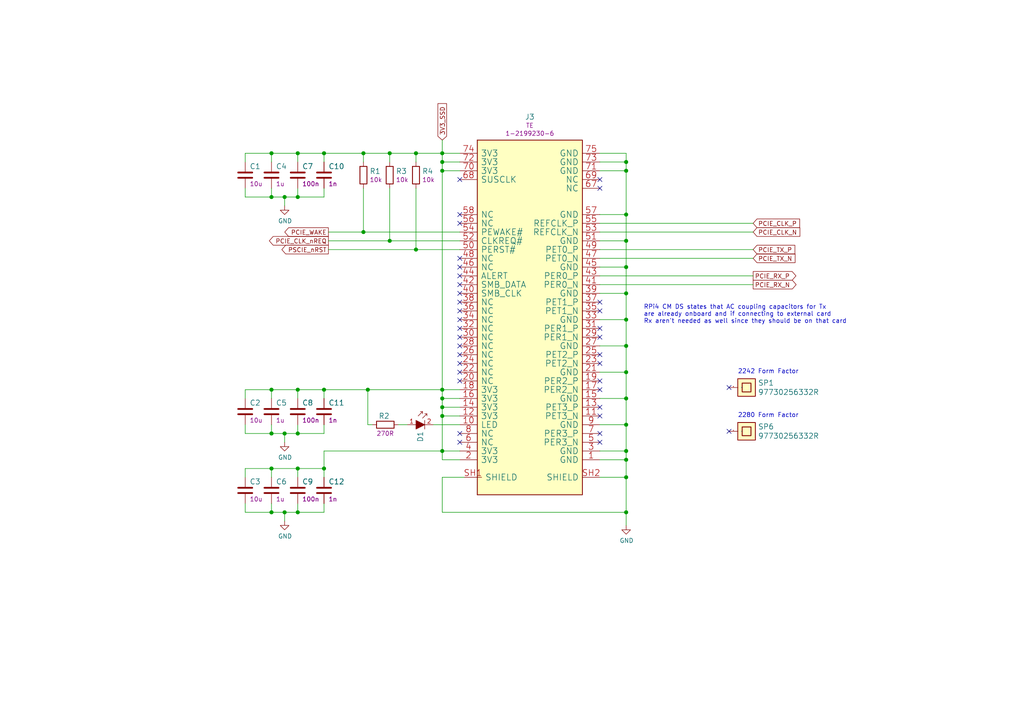
<source format=kicad_sch>
(kicad_sch (version 20210621) (generator eeschema)
  (paper "A4")
  (title_block (title "Scalenode") (rev "1.0.1"))
  (lib_symbols
    (symbol "scalenode:1-2199230-6" (pin_names (offset 1.016))
      (property "Reference" "J" (at -15.24 66.04 0))
      (property "Manufacturer" "TE" (at -3.81 45.72 0))
      (property "MPN" "1-2199230-6" (at -1.27 43.18 0))
      (symbol "1-2199230-6_0_1"
        (rectangle (start -15.24 -41.91) (end 15.24 60.96) (stroke (width 0.254)) (fill (type background)))
        (pin passive line (at 20.32 -31.75 180) (length 5.08) (name "GND") (number "1"))
        (pin passive line (at -20.32 -21.59 0) (length 5.08) (name "LED") (number "10"))
        (pin passive line (at 20.32 -19.05 180) (length 5.08) (name "PET3_N") (number "11"))
        (pin passive line (at -20.32 -19.05 0) (length 5.08) (name "3V3") (number "12"))
        (pin passive line (at 20.32 -16.51 180) (length 5.08) (name "PET3_P") (number "13"))
        (pin passive line (at -20.32 -16.51 0) (length 5.08) (name "3V3") (number "14"))
        (pin passive line (at 20.32 -13.97 180) (length 5.08) (name "GND") (number "15"))
        (pin passive line (at -20.32 -13.97 0) (length 5.08) (name "3V3") (number "16"))
        (pin passive line (at 20.32 -11.43 180) (length 5.08) (name "PER2_N") (number "17"))
        (pin passive line (at -20.32 -11.43 0) (length 5.08) (name "3V3") (number "18"))
        (pin passive line (at 20.32 -8.89 180) (length 5.08) (name "PER2_P") (number "19"))
        (pin passive line (at -20.32 -31.75 0) (length 5.08) (name "3V3") (number "2"))
        (pin passive line (at -20.32 -8.89 0) (length 5.08) (name "NC") (number "20"))
        (pin passive line (at 20.32 -6.35 180) (length 5.08) (name "GND") (number "21"))
        (pin passive line (at -20.32 -6.35 0) (length 5.08) (name "NC") (number "22"))
        (pin passive line (at 20.32 -3.81 180) (length 5.08) (name "PET2_N") (number "23"))
        (pin passive line (at -20.32 -3.81 0) (length 5.08) (name "NC") (number "24"))
        (pin passive line (at 20.32 -1.27 180) (length 5.08) (name "PET2_P") (number "25"))
        (pin passive line (at -20.32 -1.27 0) (length 5.08) (name "NC") (number "26"))
        (pin passive line (at 20.32 1.27 180) (length 5.08) (name "GND") (number "27"))
        (pin passive line (at -20.32 1.27 0) (length 5.08) (name "NC") (number "28"))
        (pin passive line (at 20.32 3.81 180) (length 5.08) (name "PER1_N") (number "29"))
        (pin passive line (at 20.32 -29.21 180) (length 5.08) (name "GND") (number "3"))
        (pin passive line (at -20.32 3.81 0) (length 5.08) (name "NC") (number "30"))
        (pin passive line (at 20.32 6.35 180) (length 5.08) (name "PER1_P") (number "31"))
        (pin passive line (at -20.32 6.35 0) (length 5.08) (name "NC") (number "32"))
        (pin passive line (at 20.32 8.89 180) (length 5.08) (name "GND") (number "33"))
        (pin passive line (at -20.32 8.89 0) (length 5.08) (name "NC") (number "34"))
        (pin passive line (at 20.32 11.43 180) (length 5.08) (name "PET1_N") (number "35"))
        (pin passive line (at -20.32 11.43 0) (length 5.08) (name "NC") (number "36"))
        (pin passive line (at 20.32 13.97 180) (length 5.08) (name "PET1_P") (number "37"))
        (pin passive line (at -20.32 13.97 0) (length 5.08) (name "NC") (number "38"))
        (pin passive line (at 20.32 16.51 180) (length 5.08) (name "GND") (number "39"))
        (pin passive line (at -20.32 -29.21 0) (length 5.08) (name "3V3") (number "4"))
        (pin passive line (at -20.32 16.51 0) (length 5.08) (name "SMB_CLK") (number "40"))
        (pin passive line (at 20.32 19.05 180) (length 5.08) (name "PER0_N") (number "41"))
        (pin passive line (at -20.32 19.05 0) (length 5.08) (name "SMB_DATA") (number "42"))
        (pin passive line (at 20.32 21.59 180) (length 5.08) (name "PER0_P") (number "43"))
        (pin passive line (at -20.32 21.59 0) (length 5.08) (name "ALERT") (number "44"))
        (pin passive line (at 20.32 24.13 180) (length 5.08) (name "GND") (number "45"))
        (pin passive line (at -20.32 24.13 0) (length 5.08) (name "NC") (number "46"))
        (pin passive line (at 20.32 26.67 180) (length 5.08) (name "PET0_N") (number "47"))
        (pin passive line (at -20.32 26.67 0) (length 5.08) (name "NC") (number "48"))
        (pin passive line (at 20.32 29.21 180) (length 5.08) (name "PET0_P") (number "49"))
        (pin passive line (at 20.32 -26.67 180) (length 5.08) (name "PER3_N") (number "5"))
        (pin passive line (at -20.32 29.21 0) (length 5.08) (name "PERST#") (number "50"))
        (pin passive line (at 20.32 31.75 180) (length 5.08) (name "GND") (number "51"))
        (pin passive line (at -20.32 31.75 0) (length 5.08) (name "CLKREQ#") (number "52"))
        (pin passive line (at 20.32 34.29 180) (length 5.08) (name "REFCLK_N") (number "53"))
        (pin passive line (at -20.32 34.29 0) (length 5.08) (name "PEWAKE#") (number "54"))
        (pin passive line (at 20.32 36.83 180) (length 5.08) (name "REFCLK_P") (number "55"))
        (pin passive line (at -20.32 36.83 0) (length 5.08) (name "NC") (number "56"))
        (pin passive line (at 20.32 39.37 180) (length 5.08) (name "GND") (number "57"))
        (pin passive line (at -20.32 39.37 0) (length 5.08) (name "NC") (number "58"))
        (pin passive line (at -20.32 -26.67 0) (length 5.08) (name "NC") (number "6"))
        (pin passive line (at 20.32 46.99 180) (length 5.08) (name "NC") (number "67"))
        (pin passive line (at -20.32 49.53 0) (length 5.08) (name "SUSCLK") (number "68"))
        (pin passive line (at 20.32 49.53 180) (length 5.08) (name "NC") (number "69"))
        (pin passive line (at 20.32 -24.13 180) (length 5.08) (name "PER3_P") (number "7"))
        (pin passive line (at -20.32 52.07 0) (length 5.08) (name "3V3") (number "70"))
        (pin passive line (at 20.32 52.07 180) (length 5.08) (name "GND") (number "71"))
        (pin passive line (at -20.32 54.61 0) (length 5.08) (name "3V3") (number "72"))
        (pin passive line (at 20.32 54.61 180) (length 5.08) (name "GND") (number "73"))
        (pin passive line (at -20.32 57.15 0) (length 5.08) (name "3V3") (number "74"))
        (pin passive line (at 20.32 57.15 180) (length 5.08) (name "GND") (number "75"))
        (pin passive line (at -20.32 -24.13 0) (length 5.08) (name "NC") (number "8"))
        (pin passive line (at 20.32 -21.59 180) (length 5.08) (name "GND") (number "9"))
        (pin passive line (at -19.05 -36.83 0) (length 5.08) (name "SHIELD") (number "SH1"))
        (pin passive line (at 20.32 -36.83 180) (length 5.08) (name "SHIELD") (number "SH2"))
      )
    )
    (symbol "scalenode:97730256332R" (pin_names (offset 1.016))
      (property "Reference" "SP" (at -2.54 2.54 0))
      (property "Value" "97730256332R" (at -2.54 -5.08 0))
      (symbol "97730256332R_0_1"
        (rectangle (start -2.54 -2.54) (end 2.54 2.54) (stroke (width 0.254)) (fill (type background)))
        (rectangle (start -1.27 -1.27) (end 1.27 1.27) (stroke (width 0.254)) (fill (type background)))
        (pin passive line (at -5.08 0 0) (length 2.54) (name "1") (number "1"))
      )
    )
    (symbol "scalenode:C_100n_0603" (pin_names (offset 0))
      (property "Reference" "C" (at -1.397 3.429 0))
      (property "Val" "100n" (at 0 -2.54 0))
      (symbol "C_100n_0603_1_1"
        (polyline (pts (xy -2.032 -0.762) (xy 2.032 -0.762)) (stroke (width 0.508)))
        (polyline (pts (xy -2.032 0.762) (xy 2.032 0.762)) (stroke (width 0.508)))
        (pin passive line (at 0 3.81 270) (length 2.794) (name "~") (number "1"))
        (pin passive line (at 0 -3.81 90) (length 2.794) (name "~") (number "2"))
      )
    )
    (symbol "scalenode:C_10u_0603" (pin_names (offset 0))
      (property "Reference" "C" (at -1.397 3.429 0))
      (property "Val" "10u" (at 0 -2.54 0))
      (symbol "C_10u_0603_1_1"
        (polyline (pts (xy -2.032 -0.762) (xy 2.032 -0.762)) (stroke (width 0.508)))
        (polyline (pts (xy -2.032 0.762) (xy 2.032 0.762)) (stroke (width 0.508)))
        (pin passive line (at 0 3.81 270) (length 2.794) (name "~") (number "1"))
        (pin passive line (at 0 -3.81 90) (length 2.794) (name "~") (number "2"))
      )
    )
    (symbol "scalenode:C_1n_0603" (pin_names (offset 0))
      (property "Reference" "C" (at -1.397 3.429 0))
      (property "Val" "1n" (at 0 -2.54 0))
      (symbol "C_1n_0603_1_1"
        (polyline (pts (xy -2.032 -0.762) (xy 2.032 -0.762)) (stroke (width 0.508)))
        (polyline (pts (xy -2.032 0.762) (xy 2.032 0.762)) (stroke (width 0.508)))
        (pin passive line (at 0 3.81 270) (length 2.794) (name "~") (number "1"))
        (pin passive line (at 0 -3.81 90) (length 2.794) (name "~") (number "2"))
      )
    )
    (symbol "scalenode:C_1u_0603" (pin_names (offset 0))
      (property "Reference" "C" (at -1.397 3.429 0))
      (property "Val" "1u" (at 0 -2.54 0))
      (symbol "C_1u_0603_1_1"
        (polyline (pts (xy -2.032 -0.762) (xy 2.032 -0.762)) (stroke (width 0.508)))
        (polyline (pts (xy -2.032 0.762) (xy 2.032 0.762)) (stroke (width 0.508)))
        (pin passive line (at 0 3.81 270) (length 2.794) (name "~") (number "1"))
        (pin passive line (at 0 -3.81 90) (length 2.794) (name "~") (number "2"))
      )
    )
    (symbol "scalenode:GND" (power) (pin_names (offset 0))
      (property "Value" "GND" (at 0 -3.81 0))
      (symbol "GND_0_1"
        (polyline (pts (xy 0 0) (xy 0 -1.27) (xy 1.27 -1.27) (xy 0 -2.54) (xy -1.27 -1.27) (xy 0 -1.27)))
      )
      (symbol "GND_1_1"
        (pin power_in line (at 0 0 270) (length 0) hide (name "GND") (number "1"))
      )
    )
    (symbol "scalenode:KP-1608CGCK" (pin_names (offset 0))
      (property "Reference" "D" (at -5.08 3.81 0))
      (property "Value" "KP-1608CGCK" (at 0 -3.81 0))
      (symbol "KP-1608CGCK_0_1"
        (polyline (pts (xy -0.635 3.81) (xy -1.905 2.54)))
        (polyline (pts (xy 0 1.27) (xy 0 -1.27)))
        (polyline (pts (xy 0.635 3.175) (xy -0.635 1.905)))
        (polyline (pts (xy -1.27 3.81) (xy -0.635 3.81) (xy -0.635 3.175)))
        (polyline (pts (xy 0 3.175) (xy 0.635 3.175) (xy 0.635 2.54)))
        (polyline (pts (xy -2.54 1.27) (xy -2.54 -1.27) (xy 0 0) (xy -2.54 1.27)) (fill (type outline)))
      )
      (symbol "KP-1608CGCK_1_1"
        (pin passive line (at -5.08 0 0) (length 2.54) (name "~") (number "1"))
        (pin passive line (at 2.54 0 180) (length 2.54) (name "~") (number "2"))
      )
    )
    (symbol "scalenode:R_10k_0603" (pin_names (offset 0))
      (property "Reference" "R" (at -1.397 3.429 0))
      (property "Val" "10k" (at 0 -2.54 0))
      (symbol "R_10k_0603_1_1"
        (rectangle (start 2.54 -1.016) (end -2.54 1.016) (stroke (width 0.254)))
        (pin passive line (at -3.81 0 0) (length 1.27) (name "~") (number "1"))
        (pin passive line (at 3.81 0 180) (length 1.27) (name "~") (number "2"))
      )
    )
    (symbol "scalenode:R_270R_0603" (pin_names (offset 0))
      (property "Reference" "R" (at -1.397 3.429 0))
      (property "Val" "270R" (at 0 -2.54 0))
      (symbol "R_270R_0603_1_1"
        (rectangle (start 2.54 -1.016) (end -2.54 1.016) (stroke (width 0.254)))
        (pin passive line (at -3.81 0 0) (length 1.27) (name "~") (number "1"))
        (pin passive line (at 3.81 0 180) (length 1.27) (name "~") (number "2"))
      )
    )
  )
  (junction (at 78.74 44.45) (diameter 1.016))
  (junction (at 78.74 57.15) (diameter 1.016))
  (junction (at 78.74 113.03) (diameter 1.016))
  (junction (at 78.74 125.73) (diameter 1.016))
  (junction (at 78.74 135.89) (diameter 1.016))
  (junction (at 78.74 148.59) (diameter 1.016))
  (junction (at 82.55 57.15) (diameter 1.016))
  (junction (at 82.55 125.73) (diameter 1.016))
  (junction (at 82.55 148.59) (diameter 1.016))
  (junction (at 86.36 44.45) (diameter 1.016))
  (junction (at 86.36 57.15) (diameter 1.016))
  (junction (at 86.36 113.03) (diameter 1.016))
  (junction (at 86.36 125.73) (diameter 1.016))
  (junction (at 86.36 135.89) (diameter 1.016))
  (junction (at 86.36 148.59) (diameter 1.016))
  (junction (at 93.98 44.45) (diameter 1.016))
  (junction (at 93.98 113.03) (diameter 1.016))
  (junction (at 93.98 135.89) (diameter 1.016))
  (junction (at 105.41 44.45) (diameter 1.016))
  (junction (at 105.41 67.31) (diameter 1.016))
  (junction (at 106.68 113.03) (diameter 1.016))
  (junction (at 113.03 44.45) (diameter 1.016))
  (junction (at 113.03 69.85) (diameter 1.016))
  (junction (at 120.65 44.45) (diameter 1.016))
  (junction (at 120.65 72.39) (diameter 1.016))
  (junction (at 128.27 44.45) (diameter 1.016))
  (junction (at 128.27 46.99) (diameter 1.016))
  (junction (at 128.27 49.53) (diameter 1.016))
  (junction (at 128.27 113.03) (diameter 1.016))
  (junction (at 128.27 115.57) (diameter 1.016))
  (junction (at 128.27 118.11) (diameter 1.016))
  (junction (at 128.27 120.65) (diameter 1.016))
  (junction (at 128.27 130.81) (diameter 1.016))
  (junction (at 181.61 46.99) (diameter 1.016))
  (junction (at 181.61 49.53) (diameter 1.016))
  (junction (at 181.61 62.23) (diameter 1.016))
  (junction (at 181.61 69.85) (diameter 1.016))
  (junction (at 181.61 77.47) (diameter 1.016))
  (junction (at 181.61 85.09) (diameter 1.016))
  (junction (at 181.61 92.71) (diameter 1.016))
  (junction (at 181.61 100.33) (diameter 1.016))
  (junction (at 181.61 107.95) (diameter 1.016))
  (junction (at 181.61 115.57) (diameter 1.016))
  (junction (at 181.61 123.19) (diameter 1.016))
  (junction (at 181.61 130.81) (diameter 1.016))
  (junction (at 181.61 133.35) (diameter 1.016))
  (junction (at 181.61 138.43) (diameter 1.016))
  (junction (at 181.61 148.59) (diameter 1.016))
  (no_connect (at 133.35 52.07))
  (no_connect (at 133.35 62.23))
  (no_connect (at 133.35 64.77))
  (no_connect (at 133.35 74.93))
  (no_connect (at 133.35 77.47))
  (no_connect (at 133.35 80.01))
  (no_connect (at 133.35 82.55))
  (no_connect (at 133.35 85.09))
  (no_connect (at 133.35 87.63))
  (no_connect (at 133.35 90.17))
  (no_connect (at 133.35 92.71))
  (no_connect (at 133.35 95.25))
  (no_connect (at 133.35 97.79))
  (no_connect (at 133.35 100.33))
  (no_connect (at 133.35 102.87))
  (no_connect (at 133.35 105.41))
  (no_connect (at 133.35 107.95))
  (no_connect (at 133.35 110.49))
  (no_connect (at 133.35 125.73))
  (no_connect (at 133.35 128.27))
  (no_connect (at 173.99 52.07))
  (no_connect (at 173.99 54.61))
  (no_connect (at 173.99 87.63))
  (no_connect (at 173.99 90.17))
  (no_connect (at 173.99 95.25))
  (no_connect (at 173.99 97.79))
  (no_connect (at 173.99 102.87))
  (no_connect (at 173.99 105.41))
  (no_connect (at 173.99 110.49))
  (no_connect (at 173.99 113.03))
  (no_connect (at 173.99 118.11))
  (no_connect (at 173.99 120.65))
  (no_connect (at 173.99 125.73))
  (no_connect (at 173.99 128.27))
  (no_connect (at 211.455 112.395))
  (no_connect (at 211.455 125.095))
  (wire (pts (xy 71.12 44.45) (xy 71.12 46.99)))
  (wire (pts (xy 71.12 54.61) (xy 71.12 57.15)))
  (wire (pts (xy 71.12 57.15) (xy 78.74 57.15)))
  (wire (pts (xy 71.12 113.03) (xy 71.12 115.57)))
  (wire (pts (xy 71.12 123.19) (xy 71.12 125.73)))
  (wire (pts (xy 71.12 125.73) (xy 78.74 125.73)))
  (wire (pts (xy 71.12 135.89) (xy 71.12 138.43)))
  (wire (pts (xy 71.12 146.05) (xy 71.12 148.59)))
  (wire (pts (xy 71.12 148.59) (xy 78.74 148.59)))
  (wire (pts (xy 78.74 44.45) (xy 71.12 44.45)))
  (wire (pts (xy 78.74 46.99) (xy 78.74 44.45)))
  (wire (pts (xy 78.74 57.15) (xy 78.74 54.61)))
  (wire (pts (xy 78.74 57.15) (xy 82.55 57.15)))
  (wire (pts (xy 78.74 113.03) (xy 71.12 113.03)))
  (wire (pts (xy 78.74 115.57) (xy 78.74 113.03)))
  (wire (pts (xy 78.74 123.19) (xy 78.74 125.73)))
  (wire (pts (xy 78.74 125.73) (xy 82.55 125.73)))
  (wire (pts (xy 78.74 135.89) (xy 71.12 135.89)))
  (wire (pts (xy 78.74 135.89) (xy 78.74 138.43)))
  (wire (pts (xy 78.74 146.05) (xy 78.74 148.59)))
  (wire (pts (xy 78.74 148.59) (xy 82.55 148.59)))
  (wire (pts (xy 82.55 57.15) (xy 86.36 57.15)))
  (wire (pts (xy 82.55 59.69) (xy 82.55 57.15)))
  (wire (pts (xy 82.55 125.73) (xy 86.36 125.73)))
  (wire (pts (xy 82.55 128.27) (xy 82.55 125.73)))
  (wire (pts (xy 82.55 148.59) (xy 86.36 148.59)))
  (wire (pts (xy 82.55 151.13) (xy 82.55 148.59)))
  (wire (pts (xy 86.36 44.45) (xy 78.74 44.45)))
  (wire (pts (xy 86.36 46.99) (xy 86.36 44.45)))
  (wire (pts (xy 86.36 54.61) (xy 86.36 57.15)))
  (wire (pts (xy 86.36 57.15) (xy 93.98 57.15)))
  (wire (pts (xy 86.36 113.03) (xy 78.74 113.03)))
  (wire (pts (xy 86.36 115.57) (xy 86.36 113.03)))
  (wire (pts (xy 86.36 123.19) (xy 86.36 125.73)))
  (wire (pts (xy 86.36 125.73) (xy 93.98 125.73)))
  (wire (pts (xy 86.36 135.89) (xy 78.74 135.89)))
  (wire (pts (xy 86.36 138.43) (xy 86.36 135.89)))
  (wire (pts (xy 86.36 146.05) (xy 86.36 148.59)))
  (wire (pts (xy 86.36 148.59) (xy 93.98 148.59)))
  (wire (pts (xy 93.98 44.45) (xy 86.36 44.45)))
  (wire (pts (xy 93.98 46.99) (xy 93.98 44.45)))
  (wire (pts (xy 93.98 57.15) (xy 93.98 54.61)))
  (wire (pts (xy 93.98 113.03) (xy 86.36 113.03)))
  (wire (pts (xy 93.98 115.57) (xy 93.98 113.03)))
  (wire (pts (xy 93.98 125.73) (xy 93.98 123.19)))
  (wire (pts (xy 93.98 130.81) (xy 128.27 130.81)))
  (wire (pts (xy 93.98 135.89) (xy 86.36 135.89)))
  (wire (pts (xy 93.98 135.89) (xy 93.98 130.81)))
  (wire (pts (xy 93.98 138.43) (xy 93.98 135.89)))
  (wire (pts (xy 93.98 148.59) (xy 93.98 146.05)))
  (wire (pts (xy 95.25 69.85) (xy 113.03 69.85)))
  (wire (pts (xy 95.25 72.39) (xy 120.65 72.39)))
  (wire (pts (xy 105.41 44.45) (xy 93.98 44.45)))
  (wire (pts (xy 105.41 46.99) (xy 105.41 44.45)))
  (wire (pts (xy 105.41 54.61) (xy 105.41 67.31)))
  (wire (pts (xy 105.41 67.31) (xy 95.25 67.31)))
  (wire (pts (xy 106.68 113.03) (xy 93.98 113.03)))
  (wire (pts (xy 106.68 123.19) (xy 106.68 113.03)))
  (wire (pts (xy 107.95 123.19) (xy 106.68 123.19)))
  (wire (pts (xy 113.03 44.45) (xy 105.41 44.45)))
  (wire (pts (xy 113.03 46.99) (xy 113.03 44.45)))
  (wire (pts (xy 113.03 54.61) (xy 113.03 69.85)))
  (wire (pts (xy 113.03 69.85) (xy 133.35 69.85)))
  (wire (pts (xy 115.57 123.19) (xy 118.11 123.19)))
  (wire (pts (xy 120.65 44.45) (xy 113.03 44.45)))
  (wire (pts (xy 120.65 46.99) (xy 120.65 44.45)))
  (wire (pts (xy 120.65 54.61) (xy 120.65 72.39)))
  (wire (pts (xy 120.65 72.39) (xy 133.35 72.39)))
  (wire (pts (xy 125.73 123.19) (xy 133.35 123.19)))
  (wire (pts (xy 128.27 44.45) (xy 120.65 44.45)))
  (wire (pts (xy 128.27 44.45) (xy 128.27 40.64)))
  (wire (pts (xy 128.27 44.45) (xy 133.35 44.45)))
  (wire (pts (xy 128.27 46.99) (xy 128.27 44.45)))
  (wire (pts (xy 128.27 49.53) (xy 128.27 46.99)))
  (wire (pts (xy 128.27 49.53) (xy 128.27 113.03)))
  (wire (pts (xy 128.27 113.03) (xy 106.68 113.03)))
  (wire (pts (xy 128.27 115.57) (xy 128.27 113.03)))
  (wire (pts (xy 128.27 118.11) (xy 128.27 115.57)))
  (wire (pts (xy 128.27 120.65) (xy 128.27 118.11)))
  (wire (pts (xy 128.27 130.81) (xy 128.27 120.65)))
  (wire (pts (xy 128.27 133.35) (xy 128.27 130.81)))
  (wire (pts (xy 128.27 138.43) (xy 128.27 148.59)))
  (wire (pts (xy 128.27 148.59) (xy 181.61 148.59)))
  (wire (pts (xy 133.35 46.99) (xy 128.27 46.99)))
  (wire (pts (xy 133.35 49.53) (xy 128.27 49.53)))
  (wire (pts (xy 133.35 67.31) (xy 105.41 67.31)))
  (wire (pts (xy 133.35 113.03) (xy 128.27 113.03)))
  (wire (pts (xy 133.35 115.57) (xy 128.27 115.57)))
  (wire (pts (xy 133.35 118.11) (xy 128.27 118.11)))
  (wire (pts (xy 133.35 120.65) (xy 128.27 120.65)))
  (wire (pts (xy 133.35 130.81) (xy 128.27 130.81)))
  (wire (pts (xy 133.35 133.35) (xy 128.27 133.35)))
  (wire (pts (xy 134.62 138.43) (xy 128.27 138.43)))
  (wire (pts (xy 173.99 44.45) (xy 181.61 44.45)))
  (wire (pts (xy 173.99 46.99) (xy 181.61 46.99)))
  (wire (pts (xy 173.99 49.53) (xy 181.61 49.53)))
  (wire (pts (xy 173.99 62.23) (xy 181.61 62.23)))
  (wire (pts (xy 173.99 64.77) (xy 218.44 64.77)))
  (wire (pts (xy 173.99 69.85) (xy 181.61 69.85)))
  (wire (pts (xy 173.99 72.39) (xy 218.44 72.39)))
  (wire (pts (xy 173.99 74.93) (xy 218.44 74.93)))
  (wire (pts (xy 173.99 77.47) (xy 181.61 77.47)))
  (wire (pts (xy 173.99 80.01) (xy 218.44 80.01)))
  (wire (pts (xy 173.99 82.55) (xy 218.44 82.55)))
  (wire (pts (xy 173.99 85.09) (xy 181.61 85.09)))
  (wire (pts (xy 173.99 92.71) (xy 181.61 92.71)))
  (wire (pts (xy 173.99 100.33) (xy 181.61 100.33)))
  (wire (pts (xy 173.99 107.95) (xy 181.61 107.95)))
  (wire (pts (xy 173.99 115.57) (xy 181.61 115.57)))
  (wire (pts (xy 173.99 123.19) (xy 181.61 123.19)))
  (wire (pts (xy 173.99 130.81) (xy 181.61 130.81)))
  (wire (pts (xy 173.99 133.35) (xy 181.61 133.35)))
  (wire (pts (xy 181.61 44.45) (xy 181.61 46.99)))
  (wire (pts (xy 181.61 46.99) (xy 181.61 49.53)))
  (wire (pts (xy 181.61 49.53) (xy 181.61 62.23)))
  (wire (pts (xy 181.61 62.23) (xy 181.61 69.85)))
  (wire (pts (xy 181.61 69.85) (xy 181.61 77.47)))
  (wire (pts (xy 181.61 77.47) (xy 181.61 85.09)))
  (wire (pts (xy 181.61 85.09) (xy 181.61 92.71)))
  (wire (pts (xy 181.61 92.71) (xy 181.61 100.33)))
  (wire (pts (xy 181.61 100.33) (xy 181.61 107.95)))
  (wire (pts (xy 181.61 107.95) (xy 181.61 115.57)))
  (wire (pts (xy 181.61 115.57) (xy 181.61 123.19)))
  (wire (pts (xy 181.61 123.19) (xy 181.61 130.81)))
  (wire (pts (xy 181.61 130.81) (xy 181.61 133.35)))
  (wire (pts (xy 181.61 133.35) (xy 181.61 138.43)))
  (wire (pts (xy 181.61 138.43) (xy 173.99 138.43)))
  (wire (pts (xy 181.61 148.59) (xy 181.61 138.43)))
  (wire (pts (xy 181.61 152.4) (xy 181.61 148.59)))
  (wire (pts (xy 218.44 67.31) (xy 173.99 67.31)))
  (text "RPi4 CM DS states that AC coupling capacitors for Tx \nare already onboard and if connecting to external card\nRx aren't needed as well since they should be on that card\n" (at 186.69 93.98 0) (effects (font (size 1.27 1.27)) (justify left bottom)))
  (text "2242 Form Factor" (at 213.995 108.585 0) (effects (font (size 1.27 1.27)) (justify left bottom)))
  (text "2280 Form Factor" (at 213.995 121.285 0) (effects (font (size 1.27 1.27)) (justify left bottom)))
  (global_label "PCIE_WAKE" (shape output) (at 95.25 67.31 180) (property "Intersheet References" "${INTERSHEET_REFS}" (effects hide)))
  (global_label "PCIE_CLK_nREQ" (shape output) (at 95.25 69.85 180) (property "Intersheet References" "${INTERSHEET_REFS}" (effects hide)))
  (global_label "PSCIE_nRST" (shape output) (at 95.25 72.39 180) (property "Intersheet References" "${INTERSHEET_REFS}" (effects hide)))
  (global_label "3V3_SSD" (shape input) (at 128.27 40.64 90) (property "Intersheet References" "${INTERSHEET_REFS}" (effects hide)))
  (global_label "PCIE_CLK_P" (shape input) (at 218.44 64.77 0) (property "Intersheet References" "${INTERSHEET_REFS}" (effects hide)))
  (global_label "PCIE_CLK_N" (shape input) (at 218.44 67.31 0) (property "Intersheet References" "${INTERSHEET_REFS}" (effects hide)))
  (global_label "PCIE_TX_P" (shape input) (at 218.44 72.39 0) (property "Intersheet References" "${INTERSHEET_REFS}" (effects hide)))
  (global_label "PCIE_TX_N" (shape input) (at 218.44 74.93 0) (property "Intersheet References" "${INTERSHEET_REFS}" (effects hide)))
  (global_label "PCIE_RX_P" (shape output) (at 218.44 80.01 0) (property "Intersheet References" "${INTERSHEET_REFS}" (effects hide)))
  (global_label "PCIE_RX_N" (shape output) (at 218.44 82.55 0) (property "Intersheet References" "${INTERSHEET_REFS}" (effects hide)))
  (symbol (lib_id "scalenode:GND") (at 82.55 59.69 0) (unit 1)
    (property "Reference" "#PWR04" (effects hide))
    (property "Value" "GND" (at 82.677 64.0842 0))
  )
  (symbol (lib_id "scalenode:GND") (at 82.55 128.27 0) (unit 1)
    (property "Reference" "#PWR05" (effects hide))
    (property "Value" "GND" (at 82.677 132.6642 0))
  )
  (symbol (lib_id "scalenode:GND") (at 82.55 151.13 0) (unit 1)
    (property "Reference" "#PWR06" (effects hide))
    (property "Value" "GND" (at 82.677 155.5242 0))
  )
  (symbol (lib_id "scalenode:GND") (at 181.61 152.4 0) (unit 1)
    (property "Reference" "#PWR07" (effects hide))
    (property "Value" "GND" (at 181.737 156.7942 0))
  )
  (symbol (lib_id "scalenode:R_10k_0603") (at 105.41 50.8 270) (unit 1)
    (property "Reference" "R1" (at 107.188 49.657 90) (effects (font (size 1.524 1.524)) (justify left)))
    (property "Value" "R_10k_0603" (effects hide))
    (property "Footprint" "scalenode-footprints:0603-res" (effects hide))
    (property "Manufacturer" "BOURNS" (effects hide))
    (property "MPN" "CR0603-JW-103ELF" (effects hide))
    (property "Val" "10k" (at 107.188 52.1462 90) (effects (justify left)))
  )
  (symbol (lib_id "scalenode:R_270R_0603") (at 111.76 123.19 180) (unit 1)
    (property "Reference" "R2" (at 113.03 120.65 0) (effects (font (size 1.524 1.524)) (justify left)))
    (property "Value" "R_270R_0603" (effects hide))
    (property "Footprint" "scalenode-footprints:0603-res" (effects hide))
    (property "Manufacturer" "TE_CONNECTIVITY" (effects hide))
    (property "MPN" "CRGH0603F270R" (effects hide))
    (property "Val" "270R" (at 114.3 125.73 0) (effects (justify left)))
  )
  (symbol (lib_id "scalenode:R_10k_0603") (at 113.03 50.8 270) (unit 1)
    (property "Reference" "R3" (at 114.808 49.657 90) (effects (font (size 1.524 1.524)) (justify left)))
    (property "Value" "R_10k_0603" (effects hide))
    (property "Footprint" "scalenode-footprints:0603-res" (effects hide))
    (property "Manufacturer" "BOURNS" (effects hide))
    (property "MPN" "CR0603-JW-103ELF" (effects hide))
    (property "Val" "10k" (at 114.808 52.1462 90) (effects (justify left)))
  )
  (symbol (lib_id "scalenode:R_10k_0603") (at 120.65 50.8 270) (unit 1)
    (property "Reference" "R4" (at 122.428 49.657 90) (effects (font (size 1.524 1.524)) (justify left)))
    (property "Value" "R_10k_0603" (effects hide))
    (property "Footprint" "scalenode-footprints:0603-res" (effects hide))
    (property "Manufacturer" "BOURNS" (effects hide))
    (property "MPN" "CR0603-JW-103ELF" (effects hide))
    (property "Val" "10k" (at 122.428 52.1462 90) (effects (justify left)))
  )
  (symbol (lib_id "scalenode:C_10u_0603") (at 71.12 50.8 0) (unit 1)
    (property "Reference" "C1" (at 72.39 48.26 0) (effects (font (size 1.524 1.524)) (justify left)))
    (property "Value" "C_10u_0603" (effects hide))
    (property "Footprint" "scalenode-footprints:0603-cap" (effects hide))
    (property "Manufacturer" "Murata" (effects hide))
    (property "MPN" "GRM188R61A106KE69D" (effects hide))
    (property "Val" "10u" (at 72.39 53.34 0) (effects (justify left)))
  )
  (symbol (lib_id "scalenode:C_10u_0603") (at 71.12 119.38 0) (unit 1)
    (property "Reference" "C2" (at 72.39 116.84 0) (effects (font (size 1.524 1.524)) (justify left)))
    (property "Value" "C_10u_0603" (effects hide))
    (property "Footprint" "scalenode-footprints:0603-cap" (effects hide))
    (property "Manufacturer" "Murata" (effects hide))
    (property "MPN" "GRM188R61A106KE69D" (effects hide))
    (property "Val" "10u" (at 72.39 121.92 0) (effects (justify left)))
  )
  (symbol (lib_id "scalenode:C_10u_0603") (at 71.12 142.24 0) (unit 1)
    (property "Reference" "C3" (at 72.39 139.7 0) (effects (font (size 1.524 1.524)) (justify left)))
    (property "Value" "C_10u_0603" (effects hide))
    (property "Footprint" "scalenode-footprints:0603-cap" (effects hide))
    (property "Manufacturer" "Murata" (effects hide))
    (property "MPN" "GRM188R61A106KE69D" (effects hide))
    (property "Val" "10u" (at 72.39 144.78 0) (effects (justify left)))
  )
  (symbol (lib_id "scalenode:C_1u_0603") (at 78.74 50.8 0) (unit 1)
    (property "Reference" "C4" (at 80.01 48.26 0) (effects (font (size 1.524 1.524)) (justify left)))
    (property "Value" "C_1u_0603" (effects hide))
    (property "Footprint" "scalenode-footprints:0603-cap" (effects hide))
    (property "Manufacturer" "WALSIN" (effects hide))
    (property "MPN" "0603YD105KAT2A" (effects hide))
    (property "Val" "1u" (at 80.01 53.34 0) (effects (justify left)))
  )
  (symbol (lib_id "scalenode:C_1u_0603") (at 78.74 119.38 0) (unit 1)
    (property "Reference" "C5" (at 80.01 116.84 0) (effects (font (size 1.524 1.524)) (justify left)))
    (property "Value" "C_1u_0603" (effects hide))
    (property "Footprint" "scalenode-footprints:0603-cap" (effects hide))
    (property "Manufacturer" "WALSIN" (effects hide))
    (property "MPN" "0603YD105KAT2A" (effects hide))
    (property "Val" "1u" (at 80.01 121.92 0) (effects (justify left)))
  )
  (symbol (lib_id "scalenode:C_1u_0603") (at 78.74 142.24 0) (unit 1)
    (property "Reference" "C6" (at 80.01 139.7 0) (effects (font (size 1.524 1.524)) (justify left)))
    (property "Value" "C_1u_0603" (effects hide))
    (property "Footprint" "scalenode-footprints:0603-cap" (effects hide))
    (property "Manufacturer" "WALSIN" (effects hide))
    (property "MPN" "0603YD105KAT2A" (effects hide))
    (property "Val" "1u" (at 80.01 144.78 0) (effects (justify left)))
  )
  (symbol (lib_id "scalenode:C_100n_0603") (at 86.36 50.8 0) (unit 1)
    (property "Reference" "C7" (at 87.63 48.26 0) (effects (font (size 1.524 1.524)) (justify left)))
    (property "Value" "C_100n_0603" (effects hide))
    (property "Footprint" "scalenode-footprints:0603-cap" (effects hide))
    (property "Manufacturer" "AVX" (effects hide))
    (property "MPN" "0603YC104KAZ2A" (effects hide))
    (property "Val" "100n" (at 87.63 53.34 0) (effects (justify left)))
  )
  (symbol (lib_id "scalenode:C_100n_0603") (at 86.36 119.38 0) (unit 1)
    (property "Reference" "C8" (at 87.63 116.84 0) (effects (font (size 1.524 1.524)) (justify left)))
    (property "Value" "C_100n_0603" (effects hide))
    (property "Footprint" "scalenode-footprints:0603-cap" (effects hide))
    (property "Manufacturer" "AVX" (effects hide))
    (property "MPN" "0603YC104KAZ2A" (effects hide))
    (property "Val" "100n" (at 87.63 121.92 0) (effects (justify left)))
  )
  (symbol (lib_id "scalenode:C_100n_0603") (at 86.36 142.24 0) (unit 1)
    (property "Reference" "C9" (at 87.63 139.7 0) (effects (font (size 1.524 1.524)) (justify left)))
    (property "Value" "C_100n_0603" (effects hide))
    (property "Footprint" "scalenode-footprints:0603-cap" (effects hide))
    (property "Manufacturer" "AVX" (effects hide))
    (property "MPN" "0603YC104KAZ2A" (effects hide))
    (property "Val" "100n" (at 87.63 144.78 0) (effects (justify left)))
  )
  (symbol (lib_id "scalenode:C_1n_0603") (at 93.98 50.8 0) (unit 1)
    (property "Reference" "C10" (at 95.25 48.26 0) (effects (font (size 1.524 1.524)) (justify left)))
    (property "Value" "C_1n_0603" (effects hide))
    (property "Footprint" "scalenode-footprints:0603-cap" (effects hide))
    (property "Manufacturer" "AVX" (effects hide))
    (property "MPN" "06031C102JAT2A" (effects hide))
    (property "Val" "1n" (at 95.25 53.34 0) (effects (justify left)))
  )
  (symbol (lib_id "scalenode:C_1n_0603") (at 93.98 119.38 0) (unit 1)
    (property "Reference" "C11" (at 95.25 116.84 0) (effects (font (size 1.524 1.524)) (justify left)))
    (property "Value" "C_1n_0603" (effects hide))
    (property "Footprint" "scalenode-footprints:0603-cap" (effects hide))
    (property "Manufacturer" "AVX" (effects hide))
    (property "MPN" "06031C102JAT2A" (effects hide))
    (property "Val" "1n" (at 95.25 121.92 0) (effects (justify left)))
  )
  (symbol (lib_id "scalenode:C_1n_0603") (at 93.98 142.24 0) (unit 1)
    (property "Reference" "C12" (at 95.25 139.7 0) (effects (font (size 1.524 1.524)) (justify left)))
    (property "Value" "C_1n_0603" (effects hide))
    (property "Footprint" "scalenode-footprints:0603-cap" (effects hide))
    (property "Manufacturer" "AVX" (effects hide))
    (property "MPN" "06031C102JAT2A" (effects hide))
    (property "Val" "1n" (at 95.25 144.78 0) (effects (justify left)))
  )
  (symbol (lib_id "scalenode:KP-1608CGCK") (at 123.19 123.19 0) (unit 1)
    (property "Reference" "D1" (at 121.92 128.27 90) (effects (font (size 1.524 1.524)) (justify left)))
    (property "Value" "KP-1608CGCK" (effects hide))
    (property "Footprint" "scalenode-footprints:LED_0603" (effects hide))
    (property "Datasheet" "http://www.farnell.com/datasheets/2045956.pdf" (effects hide))
    (property "MPN" "KP-1608CGCK" (effects hide))
    (property "Manufacturer" "KINGBRIGHT" (effects hide))
  )
  (symbol (lib_id "scalenode:97730256332R") (at 216.535 112.395 0) (unit 1)
    (property "Reference" "SP1" (at 219.837 111.0488 0) (effects (font (size 1.524 1.524)) (justify left)))
    (property "Value" "97730256332R" (at 219.837 113.7412 0) (effects (font (size 1.524 1.524)) (justify left)))
    (property "Footprint" "scalenode-footprints:97730256332R" (effects hide))
    (property "Manufacturer" "Wurth Elektronik" (effects hide))
    (property "MPN" "97730256332R" (effects hide))
  )
  (symbol (lib_id "scalenode:97730256332R") (at 216.535 125.095 0) (unit 1)
    (property "Reference" "SP6" (at 219.837 123.7488 0) (effects (font (size 1.524 1.524)) (justify left)))
    (property "Value" "97730256332R" (at 219.837 126.4412 0) (effects (font (size 1.524 1.524)) (justify left)))
    (property "Footprint" "scalenode-footprints:97730256332R" (effects hide))
    (property "Manufacturer" "Wurth Elektronik" (effects hide))
    (property "MPN" "97730256332R" (effects hide))
  )
  (symbol (lib_id "scalenode:1-2199230-6") (at 153.67 101.6 0) (unit 1)
    (property "Reference" "J3" (at 153.67 33.909 0) (effects (font (size 1.524 1.524))))
    (property "Value" "1-2199230-6" (effects hide))
    (property "Footprint" "scalenode-footprints:1-2199230-6" (effects hide))
    (property "Manufacturer" "TE" (at 153.67 36.3982 0))
    (property "MPN" "1-2199230-6" (at 153.67 38.7096 0))
  )
)
</source>
